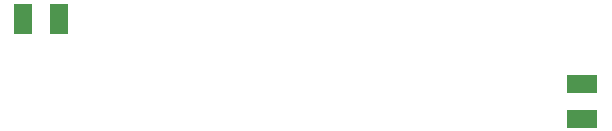
<source format=gtp>
G04*
G04 #@! TF.GenerationSoftware,Altium Limited,Altium Designer,20.0.9 (164)*
G04*
G04 Layer_Color=8421504*
%FSLAX25Y25*%
%MOIN*%
G70*
G01*
G75*
%ADD17R,0.05906X0.10236*%
%ADD18R,0.10236X0.05906*%
D17*
X-84252Y18898D02*
D03*
X-72441D02*
D03*
D18*
X101969Y-2756D02*
D03*
Y-14567D02*
D03*
M02*

</source>
